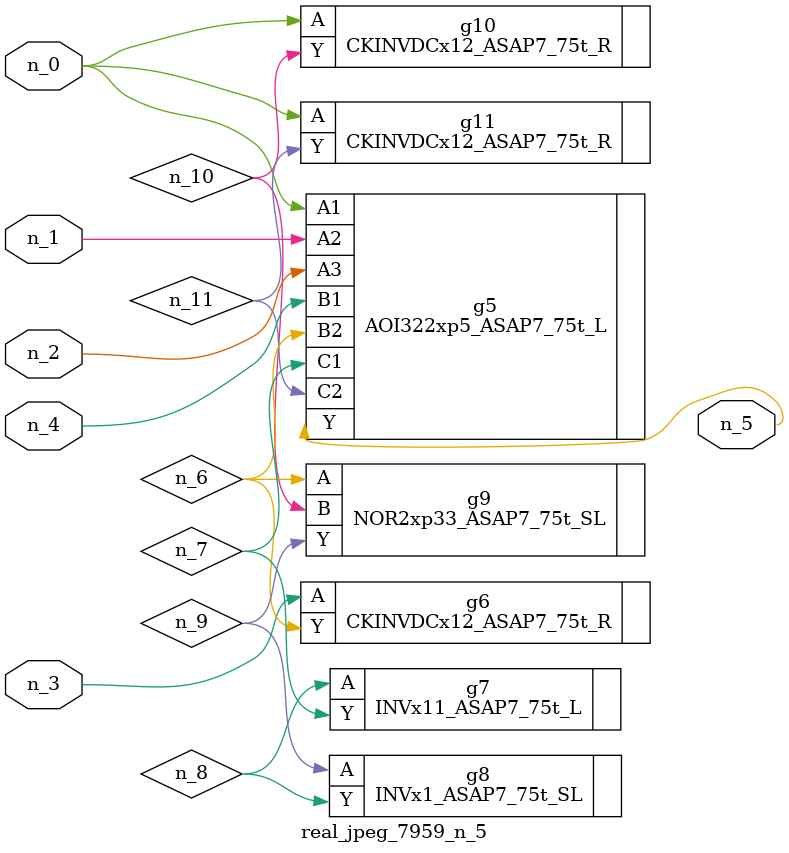
<source format=v>
module real_jpeg_7959_n_5 (n_4, n_0, n_1, n_2, n_3, n_5);

input n_4;
input n_0;
input n_1;
input n_2;
input n_3;

output n_5;

wire n_8;
wire n_11;
wire n_6;
wire n_7;
wire n_10;
wire n_9;

AOI322xp5_ASAP7_75t_L g5 ( 
.A1(n_0),
.A2(n_1),
.A3(n_2),
.B1(n_4),
.B2(n_6),
.C1(n_7),
.C2(n_11),
.Y(n_5)
);

CKINVDCx12_ASAP7_75t_R g10 ( 
.A(n_0),
.Y(n_10)
);

CKINVDCx12_ASAP7_75t_R g11 ( 
.A(n_0),
.Y(n_11)
);

CKINVDCx12_ASAP7_75t_R g6 ( 
.A(n_3),
.Y(n_6)
);

NOR2xp33_ASAP7_75t_SL g9 ( 
.A(n_6),
.B(n_10),
.Y(n_9)
);

INVx11_ASAP7_75t_L g7 ( 
.A(n_8),
.Y(n_7)
);

INVx1_ASAP7_75t_SL g8 ( 
.A(n_9),
.Y(n_8)
);


endmodule
</source>
